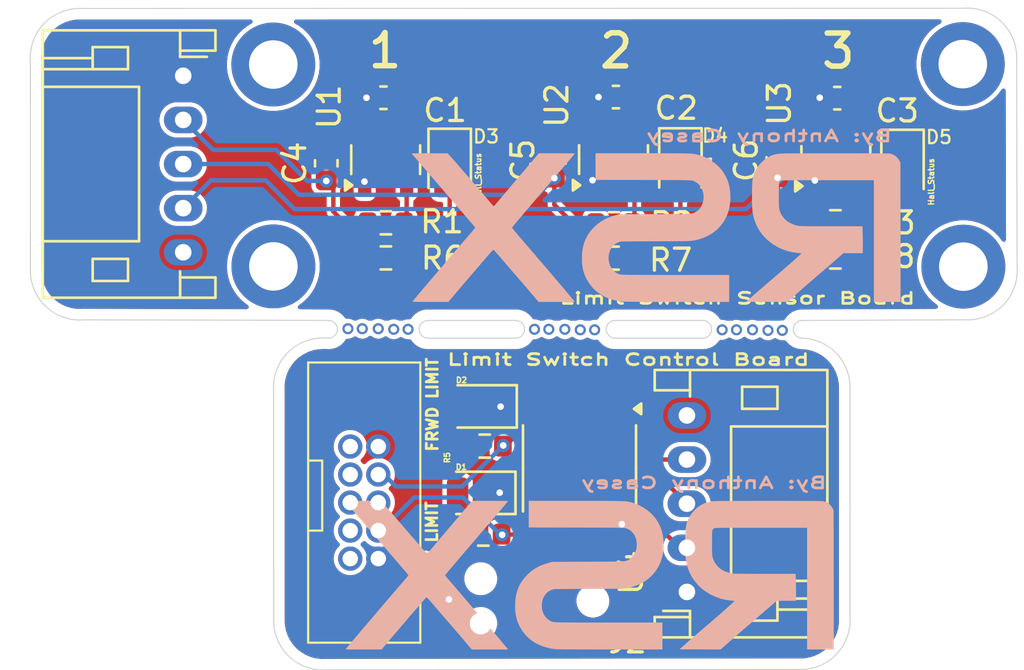
<source format=kicad_pcb>
(kicad_pcb (version 20241229) (generator "pcbnew") (generator_version "9.0")
  (layers (0 "F.Cu" signal) (2 "B.Cu" signal) (13 "F.Paste" user) (15 "B.Paste" user) (5 "F.SilkS" user "F.Silkscreen") (7 "B.SilkS" user "B.Silkscreen") (1 "F.Mask" user) (3 "B.Mask" user) (25 "Edge.Cuts" user))
  (net 0 "")
  (net 1 "GND")
  (net 2 "+5V")
  (net 3 "/Out_1")
  (net 4 "/Out_2")
  (net 5 "/Out_3")
  (net 6 "/Program")
  (net 10 "/Hall_3")
  (net 11 "/Hall_1")
  (net 12 "/Hall_2")
  (net 13 "Net-(U1-OUT)")
  (net 14 "Net-(U2-OUT)")
  (net 15 "Net-(U3-OUT)")
  (net 16 "/R_lim_dig")
  (net 17 "/F_lim_dig")
  (net 18 "Net-(D1-A)")
  (net 19 "Net-(D2-A)")
  (net 20 "Net-(D3-A)")
  (net 21 "Net-(D4-A)")
  (net 22 "Net-(D5-A)")
  (footprint "Package_TO_SOT_SMD:SOT-23" (layer "F.Cu") (at 175.6 109.8475 90)
    (property "Reference" "U3" (at 2.5775 -2.56 270) (layer "F.SilkS"))
    (property "Value" "DRV5055A3xDBZxQ1" (hide yes))
    (pad "1" smd roundrect (at -0.9375 -0.95 90) (size 1.475 0.6) (layers "F.Cu" "F.Mask" "F.Paste") (net 2 "+5V"))
    (pad "2" smd roundrect (at -0.9375 0.95 90) (size 1.475 0.6) (layers "F.Cu" "F.Mask" "F.Paste") (net 15 "Net-(U3-OUT)"))
    (pad "3" smd roundrect (at 0.9375 0 90) (size 1.475 0.6) (layers "F.Cu" "F.Mask" "F.Paste") (net 1 "GND"))
  )
  (footprint "rsx_leds:LED_0805_2012Metric" (layer "F.Cu") (at 159.405 124.915 180)
    (property "Reference" "D1" (at 0.77 1.17 180) (layer "F.SilkS") (effects (font (size 0.25 0.25) (thickness 0.0625))))
    (property "Value" "LED" (hide yes))
    (pad "1" smd roundrect (at -0.9375 0 180) (size 0.975 1.4) (layers "F.Cu" "F.Mask" "F.Paste") (net 1 "GND"))
    (pad "2" smd roundrect (at 0.9375 0 180) (size 0.975 1.4) (layers "F.Cu" "F.Mask" "F.Paste") (net 18 "Net-(D1-A)"))
  )
  (footprint "Connector_JST:JST_PH_S5B-PH-K_1x05_P2.00mm_Horizontal" (layer "F.Cu") (at 146.04 106.01 -90)
    (property "Reference" "Je1" (hide yes))
    (property "Value" "S5B-XH-A")
    (pad "1" thru_hole roundrect (at 0 0 270) (size 1.2 1.75) (drill 0.75) (layers "*.Cu" "*.Mask") (roundrect_rratio 0.208333) (net 2 "+5V"))
    (pad "2" thru_hole oval (at 2 0 270) (size 1.2 1.75) (drill 0.75) (layers "*.Cu" "*.Mask") (net 3 "/Out_1"))
    (pad "3" thru_hole oval (at 4 0 270) (size 1.2 1.75) (drill 0.75) (layers "*.Cu" "*.Mask") (net 4 "/Out_2"))
    (pad "4" thru_hole oval (at 6 0 270) (size 1.2 1.75) (drill 0.75) (layers "*.Cu" "*.Mask") (net 5 "/Out_3"))
    (pad "5" thru_hole oval (at 8 0 270) (size 1.2 1.75) (drill 0.75) (layers "*.Cu" "*.Mask") (net 1 "GND"))
  )
  (footprint "MountingHole:MountingHole_2.2mm_M2_DIN965_Pad" (layer "F.Cu") (at 181.375 114.66)
    (property "Reference" "H8" (hide yes))
    (property "Value" "MountingHole" (hide yes))
    (pad "1" thru_hole circle (at 0 0) (size 3.8 3.8) (drill 2.2) (layers "*.Cu" "*.Mask"))
  )
  (footprint "rsx_leds:LED_0805_2012Metric" (layer "F.Cu") (at 158.11 110.095 -90)
    (property "Reference" "D3" (at -1.335 -1.65 180) (layer "F.SilkS") (effects (font (size 0.6 0.6) (thickness 0.1))))
    (property "Value" "LED")
    (pad "1" smd roundrect (at -0.9375 0 270) (size 0.975 1.4) (layers "F.Cu" "F.Mask" "F.Paste") (net 1 "GND"))
    (pad "2" smd roundrect (at 0.9375 0 270) (size 0.975 1.4) (layers "F.Cu" "F.Mask" "F.Paste") (net 20 "Net-(D3-A)"))
  )
  (footprint "Capacitor_SMD:C_0603_1608Metric" (layer "F.Cu") (at 165.64 106.975)
    (property "Reference" "C2" (at 2.73 0.505 0) (layer "F.SilkS"))
    (property "Value" "0.1u")
    (pad "1" smd roundrect (at -0.775 0) (size 0.9 0.95) (layers "F.Cu" "F.Mask" "F.Paste") (net 2 "+5V"))
    (pad "2" smd roundrect (at 0.775 0) (size 0.9 0.95) (layers "F.Cu" "F.Mask" "F.Paste") (net 1 "GND"))
  )
  (footprint "Capacitor_SMD:C_0603_1608Metric" (layer "F.Cu") (at 162.85 109.85 90)
    (property "Reference" "C5" (at 0 -1.43 90) (layer "F.SilkS"))
    (property "Value" "0.1u")
    (pad "1" smd roundrect (at -0.775 0 90) (size 0.9 0.95) (layers "F.Cu" "F.Mask" "F.Paste") (net 4 "/Out_2"))
    (pad "2" smd roundrect (at 0.775 0 90) (size 0.9 0.95) (layers "F.Cu" "F.Mask" "F.Paste") (net 1 "GND"))
  )
  (footprint "Capacitor_SMD:C_0603_1608Metric" (layer "F.Cu") (at 175.665 107.025)
    (property "Reference" "C3" (at 2.715 0.575 0) (layer "F.SilkS"))
    (property "Value" "0.1u")
    (pad "1" smd roundrect (at -0.775 0) (size 0.9 0.95) (layers "F.Cu" "F.Mask" "F.Paste") (net 2 "+5V"))
    (pad "2" smd roundrect (at 0.775 0) (size 0.9 0.95) (layers "F.Cu" "F.Mask" "F.Paste") (net 1 "GND"))
  )
  (footprint "Resistor_SMD:R_0603_1608Metric" (layer "F.Cu") (at 159.695 122.795 180)
    (property "Reference" "R5" (at 1.7 -0.5225 90) (layer "F.SilkS") (effects (font (size 0.25 0.25) (thickness 0.0625))))
    (property "Value" "4.7k" (hide yes))
    (pad "1" smd roundrect (at -0.825 0 180) (size 0.8 0.95) (layers "F.Cu" "F.Mask" "F.Paste") (net 17 "/F_lim_dig"))
    (pad "2" smd roundrect (at 0.825 0 180) (size 0.8 0.95) (layers "F.Cu" "F.Mask" "F.Paste") (net 19 "Net-(D2-A)"))
  )
  (footprint "MountingHole:MountingHole_2.2mm_M2_DIN965_Pad" (layer "F.Cu") (at 150.125 114.65)
    (property "Reference" "H8" (hide yes))
    (property "Value" "MountingHole" (hide yes))
    (pad "1" thru_hole circle (at 0 0) (size 3.8 3.8) (drill 2.2) (layers "*.Cu" "*.Mask"))
  )
  (footprint "rsx_leds:LED_0805_2012Metric" (layer "F.Cu") (at 178.62 110.1425 -90)
    (property "Reference" "D5" (at -1.3525 -1.65 180) (layer "F.SilkS") (effects (font (size 0.6 0.6) (thickness 0.1))))
    (property "Value" "LED" (hide yes))
    (pad "1" smd roundrect (at -0.9375 0 270) (size 0.975 1.4) (layers "F.Cu" "F.Mask" "F.Paste") (net 1 "GND"))
    (pad "2" smd roundrect (at 0.9375 0 270) (size 0.975 1.4) (layers "F.Cu" "F.Mask" "F.Paste") (net 22 "Net-(D5-A)"))
  )
  (footprint "Connector_JST:JST_PH_S5B-PH-K_1x05_P2.00mm_Horizontal" (layer "F.Cu") (at 168.855 129.405 90)
    (property "Reference" "Je2" (hide yes))
    (property "Value" "S5B-XH-A" (hide yes))
    (pad "1" thru_hole roundrect (at 0 0 90) (size 1.2 1.75) (drill 0.75) (layers "*.Cu" "*.Mask") (roundrect_rratio 0.208333) (net 1 "GND"))
    (pad "2" thru_hole oval (at 2 0 90) (size 1.2 1.75) (drill 0.75) (layers "*.Cu" "*.Mask") (net 10 "/Hall_3"))
    (pad "3" thru_hole oval (at 4 0 90) (size 1.2 1.75) (drill 0.75) (layers "*.Cu" "*.Mask") (net 12 "/Hall_2"))
    (pad "4" thru_hole oval (at 6 0 90) (size 1.2 1.75) (drill 0.75) (layers "*.Cu" "*.Mask") (net 11 "/Hall_1"))
    (pad "5" thru_hole oval (at 8 0 90) (size 1.2 1.75) (drill 0.75) (layers "*.Cu" "*.Mask") (net 2 "+5V"))
  )
  (footprint "Resistor_SMD:R_0603_1608Metric" (layer "F.Cu") (at 155.22 114.265)
    (property "Reference" "R6" (at 2.57 0.01 0) (layer "F.SilkS"))
    (property "Value" "4.7k")
    (pad "1" smd roundrect (at -0.825 0) (size 0.8 0.95) (layers "F.Cu" "F.Mask" "F.Paste") (net 3 "/Out_1"))
    (pad "2" smd roundrect (at 0.825 0) (size 0.8 0.95) (layers "F.Cu" "F.Mask" "F.Paste") (net 20 "Net-(D3-A)"))
  )
  (footprint "Package_TO_SOT_SMD:SOT-23" (layer "F.Cu") (at 155.21 109.8125 90)
    (property "Reference" "U1" (at 2.3925 -2.56 270) (layer "F.SilkS"))
    (property "Value" "DRV5055A3xDBZxQ1" (hide yes))
    (pad "1" smd roundrect (at -0.9375 -0.95 90) (size 1.475 0.6) (layers "F.Cu" "F.Mask" "F.Paste") (net 2 "+5V"))
    (pad "2" smd roundrect (at -0.9375 0.95 90) (size 1.475 0.6) (layers "F.Cu" "F.Mask" "F.Paste") (net 13 "Net-(U1-OUT)"))
    (pad "3" smd roundrect (at 0.9375 0 90) (size 1.475 0.6) (layers "F.Cu" "F.Mask" "F.Paste") (net 1 "GND"))
  )
  (footprint "rsx_leds:LED_0805_2012Metric" (layer "F.Cu") (at 168.56 110.0725 -90)
    (property "Reference" "D4" (at -1.3525 -1.57 180) (layer "F.SilkS") (effects (font (size 0.6 0.6) (thickness 0.1))))
    (property "Value" "LED")
    (pad "1" smd roundrect (at -0.9375 0 270) (size 0.975 1.4) (layers "F.Cu" "F.Mask" "F.Paste") (net 1 "GND"))
    (pad "2" smd roundrect (at 0.9375 0 270) (size 0.975 1.4) (layers "F.Cu" "F.Mask" "F.Paste") (net 21 "Net-(D4-A)"))
  )
  (footprint "Capacitor_SMD:C_0603_1608Metric" (layer "F.Cu") (at 155.11 107.005)
    (property "Reference" "C1" (at 2.79 0.575 0) (layer "F.SilkS"))
    (property "Value" "0.1u")
    (pad "1" smd roundrect (at -0.775 0) (size 0.9 0.95) (layers "F.Cu" "F.Mask" "F.Paste") (net 2 "+5V"))
    (pad "2" smd roundrect (at 0.775 0) (size 0.9 0.95) (layers "F.Cu" "F.Mask" "F.Paste") (net 1 "GND"))
  )
  (footprint "Resistor_SMD:R_0603_1608Metric" (layer "F.Cu") (at 155.22 112.675)
    (property "Reference" "R1" (at 2.54 -0.05 0) (layer "F.SilkS"))
    (property "Value" "100R")
    (pad "1" smd roundrect (at -0.825 0) (size 0.8 0.95) (layers "F.Cu" "F.Mask" "F.Paste") (net 3 "/Out_1"))
    (pad "2" smd roundrect (at 0.825 0) (size 0.8 0.95) (layers "F.Cu" "F.Mask" "F.Paste") (net 13 "Net-(U1-OUT)"))
  )
  (footprint "Resistor_SMD:R_0603_1608Metric" (layer "F.Cu") (at 175.58 112.625)
    (property "Reference" "R3" (at 2.65 0.05 0) (layer "F.SilkS"))
    (property "Value" "100R" (hide yes))
    (pad "1" smd roundrect (at -0.825 0) (size 0.8 0.95) (layers "F.Cu" "F.Mask" "F.Paste") (net 5 "/Out_3"))
    (pad "2" smd roundrect (at 0.825 0) (size 0.8 0.95) (layers "F.Cu" "F.Mask" "F.Paste") (net 15 "Net-(U3-OUT)"))
  )
  (footprint "myLib:Half_Pitch_IDC_2x5" (layer "F.Cu") (at 154.24 125.355)
    (property "Reference" "J3" (hide yes))
    (property "Value" "Conn_02x05_Odd_Even" (hide yes))
    (pad "1" thru_hole circle (at -0.635 -2.54) (size 1.1 1.1) (drill 0.7) (layers "*.Cu" "*.Mask"))
    (pad "2" thru_hole circle (at 0.635 -2.54) (size 1.1 1.1) (drill 0.7) (layers "*.Cu" "*.Mask") (net 2 "+5V"))
    (pad "3" thru_hole circle (at -0.635 -1.27) (size 1.1 1.1) (drill 0.7) (layers "*.Cu" "*.Mask"))
    (pad "4" thru_hole circle (at 0.635 -1.27) (size 1.1 1.1) (drill 0.7) (layers "*.Cu" "*.Mask") (net 17 "/F_lim_dig"))
    (pad "5" thru_hole circle (at -0.635 0) (size 1.1 1.1) (drill 0.7) (layers "*.Cu" "*.Mask"))
    (pad "6" thru_hole circle (at 0.635 0) (size 1.1 1.1) (drill 0.7) (layers "*.Cu" "*.Mask"))
    (pad "7" thru_hole circle (at -0.635 1.27) (size 1.1 1.1) (drill 0.7) (layers "*.Cu" "*.Mask"))
    (pad "8" thru_hole circle (at 0.635 1.27) (size 1.1 1.1) (drill 0.7) (layers "*.Cu" "*.Mask") (net 16 "/R_lim_dig"))
    (pad "9" thru_hole circle (at -0.635 2.54) (size 1.1 1.1) (drill 0.7) (layers "*.Cu" "*.Mask"))
    (pad "10" thru_hole circle (at 0.635 2.54) (size 1.1 1.1) (drill 0.7) (layers "*.Cu" "*.Mask") (net 1 "GND"))
  )
  (footprint "MountingHole:MountingHole_2.2mm_M2_DIN965_Pad" (layer "F.Cu") (at 150.12 105.5)
    (property "Reference" "H7" (hide yes))
    (property "Value" "MountingHole")
    (pad "1" thru_hole circle (at 0 0) (size 3.8 3.8) (drill 2.2) (layers "*.Cu" "*.Mask"))
  )
  (footprint "Resistor_SMD:R_0603_1608Metric" (layer "F.Cu") (at 175.58 114.225)
    (property "Reference" "R8" (at 2.64 -0.02 0) (layer "F.SilkS"))
    (property "Value" "4.7k")
    (pad "1" smd roundrect (at -0.825 0) (size 0.8 0.95) (layers "F.Cu" "F.Mask" "F.Paste") (net 5 "/Out_3"))
    (pad "2" smd roundrect (at 0.825 0) (size 0.8 0.95) (layers "F.Cu" "F.Mask" "F.Paste") (net 22 "Net-(D5-A)"))
  )
  (footprint "Connector:Tag-Connect_TC2030-IDC-NL_2x03_P1.27mm_Vertical" (layer "F.Cu") (at 162.055 129.82 180)
    (property "Reference" "J2" (at -4.11 -1.845 0) (layer "F.SilkS"))
    (property "Value" "TC2030-IDC-NL" (hide yes))
    (pad "" np_thru_hole circle (at -2.54 0 180) (size 0.9906 0.9906) (drill 0.9906) (layers "*.Cu" "*.Mask"))
    (pad "" np_thru_hole circle (at 2.54 -1.016 180) (size 0.9906 0.9906) (drill 0.9906) (layers "*.Cu" "*.Mask"))
    (pad "" np_thru_hole circle (at 2.54 1.016 180) (size 0.9906 0.9906) (drill 0.9906) (layers "*.Cu" "*.Mask"))
    (pad "1" connect circle (at -1.27 0.635 180) (size 0.7874 0.7874) (layers "F.Cu" "F.Mask") (net 6 "/Program"))
    (pad "2" connect circle (at -1.27 -0.635 180) (size 0.7874 0.7874) (layers "F.Cu" "F.Mask") (net 2 "+5V"))
    (pad "3" connect circle (at 0 0.635 180) (size 0.7874 0.7874) (layers "F.Cu" "F.Mask"))
    (pad "4" connect circle (at 0 -0.635 180) (size 0.7874 0.7874) (layers "F.Cu" "F.Mask"))
    (pad "5" connect circle (at 1.27 0.635 180) (size 0.7874 0.7874) (layers "F.Cu" "F.Mask"))
    (pad "6" connect circle (at 1.27 -0.635 180) (size 0.7874 0.7874) (layers "F.Cu" "F.Mask") (net 1 "GND"))
    (zone (net 0) (net_name "") (layer "F.Cu") (connect_pads (clearance 0)) (min_thickness 0.254)
      (keepout (tracks allowed) (vias not_allowed) (pads allowed) (copperpour not_allowed) (footprints not_allowed))
      (fill (thermal_gap 0.508) (thermal_bridge_width 0.508))
      (polygon (pts (xy 160.785 130.455) (xy 163.325 130.455) (xy 163.325 129.185) (xy 160.785 129.185)))
    )
  )
  (footprint "rsx_leds:LED_0805_2012Metric" (layer "F.Cu") (at 159.465 120.995 180)
    (property "Reference" "D2" (at 0.82 1.19 0) (layer "F.SilkS") (effects (font (size 0.25 0.25) (thickness 0.0625))))
    (property "Value" "LED" (hide yes))
    (pad "1" smd roundrect (at -0.9375 0 180) (size 0.975 1.4) (layers "F.Cu" "F.Mask" "F.Paste") (net 1 "GND"))
    (pad "2" smd roundrect (at 0.9375 0 180) (size 0.975 1.4) (layers "F.Cu" "F.Mask" "F.Paste") (net 19 "Net-(D2-A)"))
  )
  (footprint "MountingHole:MountingHole_2.2mm_M2_DIN965_Pad" (layer "F.Cu") (at 181.35 105.48)
    (property "Reference" "H7" (hide yes))
    (property "Value" "MountingHole" (hide yes))
    (pad "1" thru_hole circle (at 0 0) (size 3.8 3.8) (drill 2.2) (layers "*.Cu" "*.Mask"))
  )
  (footprint "Capacitor_SMD:C_0603_1608Metric" (layer "F.Cu") (at 172.97 109.845 90)
    (property "Reference" "C6" (at 0 -1.43 90) (layer "F.SilkS"))
    (property "Value" "0.1u")
    (pad "1" smd roundrect (at -0.775 0 90) (size 0.9 0.95) (layers "F.Cu" "F.Mask" "F.Paste") (net 5 "/Out_3"))
    (pad "2" smd roundrect (at 0.775 0 90) (size 0.9 0.95) (layers "F.Cu" "F.Mask" "F.Paste") (net 1 "GND"))
  )
  (footprint "Capacitor_SMD:C_0603_1608Metric" (layer "F.Cu") (at 152.52 109.975 90)
    (property "Reference" "C4" (at 0 -1.43 90) (layer "F.SilkS"))
    (property "Value" "0.1u")
    (pad "1" smd roundrect (at -0.775 0 90) (size 0.9 0.95) (layers "F.Cu" "F.Mask" "F.Paste") (net 3 "/Out_1"))
    (pad "2" smd roundrect (at 0.775 0 90) (size 0.9 0.95) (layers "F.Cu" "F.Mask" "F.Paste") (net 1 "GND"))
  )
  (footprint "Resistor_SMD:R_0603_1608Metric" (layer "F.Cu") (at 165.53 114.275)
    (property "Reference" "R7" (at 2.59 0.09 0) (layer "F.SilkS"))
    (property "Value" "4.7k")
    (pad "1" smd roundrect (at -0.825 0) (size 0.8 0.95) (layers "F.Cu" "F.Mask" "F.Paste") (net 4 "/Out_2"))
    (pad "2" smd roundrect (at 0.825 0) (size 0.8 0.95) (layers "F.Cu" "F.Mask" "F.Paste") (net 21 "Net-(D4-A)"))
  )
  (footprint "Package_TO_SOT_SMD:SOT-23" (layer "F.Cu") (at 165.53 109.8075 90)
    (property "Reference" "U2" (at 2.4575 -2.57 270) (layer "F.SilkS"))
    (property "Value" "DRV5055A3xDBZxQ1" (hide yes))
    (pad "1" smd roundrect (at -0.9375 -0.95 90) (size 1.475 0.6) (layers "F.Cu" "F.Mask" "F.Paste") (net 2 "+5V"))
    (pad "2" smd roundrect (at -0.9375 0.95 90) (size 1.475 0.6) (layers "F.Cu" "F.Mask" "F.Paste") (net 14 "Net-(U2-OUT)"))
    (pad "3" smd roundrect (at 0.9375 0 90) (size 1.475 0.6) (layers "F.Cu" "F.Mask" "F.Paste") (net 1 "GND"))
  )
  (footprint "Resistor_SMD:R_0603_1608Metric" (layer "F.Cu") (at 159.635 126.785 180)
    (property "Reference" "R4" (at 1.64 -0.54 90) (layer "F.SilkS") (effects (font (size 0.25 0.25) (thickness 0.0625))))
    (property "Value" "4.7k" (hide yes))
    (pad "1" smd roundrect (at -0.825 0 180) (size 0.8 0.95) (layers "F.Cu" "F.Mask" "F.Paste") (net 16 "/R_lim_dig"))
    (pad "2" smd roundrect (at 0.825 0 180) (size 0.8 0.95) (layers "F.Cu" "F.Mask" "F.Paste") (net 18 "Net-(D1-A)"))
  )
  (footprint "Package_SO:SOIC-8_3.9x4.9mm_P1.27mm" (layer "F.Cu") (at 163.99 123.805 -90)
    (property "Reference" "U4" (at 4.72 -2.345 270) (layer "F.SilkS"))
    (property "Value" "ATtiny202-SS" (hide yes))
    (pad "1" smd roundrect (at -2.475 -1.905 270) (size 1.95 0.6) (layers "F.Cu" "F.Mask" "F.Paste") (net 2 "+5V"))
    (pad "2" smd roundrect (at -2.475 -0.635 270) (size 1.95 0.6) (layers "F.Cu" "F.Mask" "F.Paste") (net 11 "/Hall_1"))
    (pad "3" smd roundrect (at -2.475 0.635 270) (size 1.95 0.6) (layers "F.Cu" "F.Mask" "F.Paste") (net 12 "/Hall_2"))
    (pad "4" smd roundrect (at -2.475 1.905 270) (size 1.95 0.6) (layers "F.Cu" "F.Mask" "F.Paste") (net 17 "/F_lim_dig"))
    (pad "5" smd roundrect (at 2.475 1.905 270) (size 1.95 0.6) (layers "F.Cu" "F.Mask" "F.Paste") (net 16 "/R_lim_dig"))
    (pad "6" smd roundrect (at 2.475 0.635 270) (size 1.95 0.6) (layers "F.Cu" "F.Mask" "F.Paste") (net 6 "/Program"))
    (pad "7" smd roundrect (at 2.475 -0.635 270) (size 1.95 0.6) (layers "F.Cu" "F.Mask" "F.Paste") (net 10 "/Hall_3"))
    (pad "8" smd roundrect (at 2.475 -1.905 270) (size 1.95 0.6) (layers "F.Cu" "F.Mask" "F.Paste") (net 1 "GND"))
  )
  (footprint "Resistor_SMD:R_0603_1608Metric" (layer "F.Cu") (at 165.55 112.715)
    (property "Reference" "R2" (at 2.62 0 0) (layer "F.SilkS"))
    (property "Value" "100R")
    (pad "1" smd roundrect (at -0.825 0) (size 0.8 0.95) (layers "F.Cu" "F.Mask" "F.Paste") (net 4 "/Out_2"))
    (pad "2" smd roundrect (at 0.825 0) (size 0.8 0.95) (layers "F.Cu" "F.Mask" "F.Paste") (net 14 "Net-(U2-OUT)"))
  )
  (footprint "LOGO" (layer "B.Cu") (at 163.843712 128.717328 180)
    (property "Reference" "G***" (hide yes))
    (property "Value" "LOGO" (hide yes))
  )
  (footprint "LOGO" (layer "B.Cu") (at 166.868712 112.962328 180)
    (property "Reference" "G***" (hide yes))
    (property "Value" "LOGO" (hide yes))
  )
  (gr_arc (start 183.81 114.66) (mid 183.198373 116.3788) (end 181.51 117.07) (stroke (width 0.05)) (layer "Edge.Cuts"))
  (gr_arc (start 161.1 117.1) (mid 161.5 117.5) (end 161.1 117.9) (stroke (width 0.05)) (layer "Edge.Cuts"))
  (gr_line (start 139.1188 114.771627) (end 139.118373 105.3688) (stroke (width 0.05)) (layer "Edge.Cuts"))
  (gr_arc (start 157.125 117.9) (mid 156.725 117.5) (end 157.125 117.1) (stroke (width 0.05)) (layer "Edge.Cuts"))
  (gr_arc (start 181.38 102.95) (mid 183.0988 103.561627) (end 183.79 105.25) (stroke (width 0.05)) (layer "Edge.Cuts"))
  (gr_arc (start 174.075 117.9) (mid 175.635009 118.603719) (end 176.23995 120.204623) (stroke (width 0.05)) (layer "Edge.Cuts"))
  (gr_arc (start 150.137108 120.305036) (mid 150.74875 118.58625) (end 152.437108 117.895036) (stroke (width 0.05)) (layer "Edge.Cuts"))
  (gr_line (start 174.075 117.1) (end 181.51 117.07) (stroke (width 0.05)) (layer "Edge.Cuts"))
  (gr_line (start 176.240377 130.50745) (end 176.23995 120.204623) (stroke (width 0.05)) (layer "Edge.Cuts"))
  (gr_line (start 152.625 117.9) (end 152.437108 117.895036) (stroke (width 0.05)) (layer "Edge.Cuts"))
  (gr_line (start 150.21 117.09) (end 152.625 117.1) (stroke (width 0.05)) (layer "Edge.Cuts"))
  (gr_arc (start 169.575 117.1) (mid 169.975 117.5) (end 169.575 117.9) (stroke (width 0.05)) (layer "Edge.Cuts"))
  (gr_arc (start 165.6 117.9) (mid 165.2 117.5) (end 165.6 117.1) (stroke (width 0.05)) (layer "Edge.Cuts"))
  (gr_line (start 150.137536 130.637892) (end 150.137108 120.305036) (stroke (width 0.05)) (layer "Edge.Cuts"))
  (gr_arc (start 152.547536 132.937892) (mid 150.82875 132.32625) (end 150.137536 130.637892) (stroke (width 0.05)) (layer "Edge.Cuts"))
  (gr_arc (start 174.075 117.9) (mid 173.675 117.5) (end 174.075 117.1) (stroke (width 0.05)) (layer "Edge.Cuts"))
  (gr_line (start 141.418373 102.9588) (end 181.38 102.95) (stroke (width 0.05)) (layer "Edge.Cuts"))
  (gr_line (start 150.21 117.09) (end 141.5288 117.071627) (stroke (width 0.05)) (layer "Edge.Cuts"))
  (gr_line (start 157.125 117.1) (end 161.1 117.1) (stroke (width 0.05)) (layer "Edge.Cuts"))
  (gr_line (start 152.547536 132.937892) (end 173.940377 132.91745) (stroke (width 0.05)) (layer "Edge.Cuts"))
  (gr_arc (start 176.240377 130.50745) (mid 175.628735 132.226236) (end 173.940377 132.91745) (stroke (width 0.05)) (layer "Edge.Cuts"))
  (gr_arc (start 139.118373 105.3688) (mid 139.73 103.65) (end 141.418373 102.9588) (stroke (width 0.05)) (layer "Edge.Cuts"))
  (gr_line (start 161.1 117.9) (end 157.125 117.9) (stroke (width 0.05)) (layer "Edge.Cuts"))
  (gr_arc (start 141.5288 117.071627) (mid 139.81 116.46) (end 139.1188 114.771627) (stroke (width 0.05)) (layer "Edge.Cuts"))
  (gr_arc (start 152.625 117.1) (mid 153.025 117.5) (end 152.625 117.9) (stroke (width 0.05)) (layer "Edge.Cuts"))
  (gr_line (start 183.79 105.25) (end 183.81 114.66) (stroke (width 0.05)) (layer "Edge.Cuts"))
  (gr_line (start 169.575 117.9) (end 165.6 117.9) (stroke (width 0.05)) (layer "Edge.Cuts"))
  (gr_line (start 169.575 117.1) (end 165.6 117.1) (stroke (width 0.05)) (layer "Edge.Cuts"))
  (gr_text "Limit Switch Sensor Board" (at 171.14 116.1 0) (layer "F.SilkS") (effects (font (size 0.5 0.8) (thickness 0.125))))
  (gr_text "FRWD LIMIT " (at 157.325 120.725 90) (layer "F.SilkS") (effects (font (size 0.5 0.5) (thickness 0.125) (bold yes))))
  (gr_text "Hall_Status" (at 159.41 110.58 90) (layer "F.SilkS") (effects (font (size 0.25 0.25) (thickness 0.0625))))
  (gr_text "3" (at 175.71 104.89 0) (layer "F.SilkS") (effects (font (size 1.5 1.5) (thickness 0.25) (bold yes))))
  (gr_text "1" (at 155.18 104.87 0) (layer "F.SilkS") (effects (font (size 1.5 1.5) (thickness 0.25) (bold yes))))
  (gr_text "2" (at 165.65 104.88 0) (layer "F.SilkS") (effects (font (size 1.5 1.5) (thickness 0.25) (bold yes))))
  (gr_text "Limit Switch Control Board" (at 166.19875 118.87625 0) (layer "F.SilkS") (effects (font (size 0.5 0.8) (thickness 0.125))))
  (gr_text "Hall_Status" (at 169.85 110.75 90) (layer "F.SilkS") (effects (font (size 0.25 0.25) (thickness 0.0625))))
  (gr_text "Hall_Status" (at 179.92 110.82 90) (layer "F.SilkS") (effects (font (size 0.25 0.25) (thickness 0.0625))))
  (gr_text "REV LIMIT" (at 157.305 127.115 90) (layer "F.SilkS") (effects (font (size 0.5 0.5) (thickness 0.125) (bold yes))))
  (gr_text "By: Anthony Casey" (at 169.625 124.465 0) (layer "B.SilkS") (effects (font (size 0.5 0.8) (thickness 0.125)) (justify mirror)))
  (gr_text "By: Anthony Casey" (at 172.58 108.74 0) (layer "B.SilkS") (effects (font (size 0.5 0.8) (thickness 0.125)) (justify mirror)))
  (via (at 153.499997 117.475) (size 0.5) (drill 0.3) (layers "F.Cu" "B.Cu") (net 0))
  (via (at 163.324997 117.5) (size 0.5) (drill 0.3) (layers "F.Cu" "B.Cu") (net 0))
  (via (at 162.599997 117.5) (size 0.5) (drill 0.3) (layers "F.Cu" "B.Cu") (net 0))
  (via (at 171.099997 117.525) (size 0.5) (drill 0.3) (layers "F.Cu" "B.Cu") (net 0))
  (via (at 161.949994 117.5) (size 0.5) (drill 0.3) (layers "F.Cu" "B.Cu") (net 0))
  (via (at 172.524997 117.55) (size 0.5) (drill 0.3) (layers "F.Cu" "B.Cu") (net 0))
  (via (at 154.15 117.475) (size 0.5) (drill 0.3) (layers "F.Cu" "B.Cu") (net 0))
  (via (at 164.024997 117.525) (size 0.5) (drill 0.3) (layers "F.Cu" "B.Cu") (net 0))
  (via (at 170.449994 117.525) (size 0.5) (drill 0.3) (layers "F.Cu" "B.Cu") (net 0))
  (via (at 171.824997 117.525) (size 0.5) (drill 0.3) (layers "F.Cu" "B.Cu") (net 0))
  (via (at 164.675 117.525) (size 0.5) (drill 0.3) (layers "F.Cu" "B.Cu") (net 0))
  (via (at 154.875 117.475) (size 0.5) (drill 0.3) (layers "F.Cu" "B.Cu") (net 0))
  (via (at 156.225003 117.5) (size 0.5) (drill 0.3) (layers "F.Cu" "B.Cu") (net 0))
  (via (at 173.175 117.55) (size 0.5) (drill 0.3) (layers "F.Cu" "B.Cu") (net 0))
  (via (at 155.575 117.5) (size 0.5) (drill 0.3) (layers "F.Cu" "B.Cu") (net 0))
  (segment (start 160.415 121.005) (end 160.325 120.8) (width 0.2) (layer "F.Cu") (net 1))
  (segment (start 160.075 129.745) (end 158.075 129.745) (width 0.2) (layer "F.Cu") (net 1))
  (segment (start 160.235 120.89) (end 160.415 121.005) (width 0.2) (layer "F.Cu") (net 1))
  (segment (start 160.785 130.455) (end 160.075 129.745) (width 0.2) (layer "F.Cu") (net 1))
  (via (at 158.075 129.745) (size 0.6) (drill 0.3) (layers "F.Cu" "B.Cu") (net 1))
  (via (at 160.415 121.005) (size 0.6) (drill 0.3) (layers "F.Cu" "B.Cu") (net 1))
  (via (at 160.375 124.905) (size 0.6) (drill 0.3) (layers "F.Cu" "B.Cu") (net 1))
  (via (at 165.905 126.335) (size 0.6) (drill 0.3) (layers "F.Cu" "B.Cu") (net 1))
  (via (at 164.85 106.975) (size 0.6) (drill 0.3) (layers "F.Cu" "B.Cu") (net 2))
  (via (at 154.25 110.805) (size 0.6) (drill 0.3) (layers "F.Cu" "B.Cu") (net 2))
  (via (at 164.58 110.745) (size 0.6) (drill 0.3) (layers "F.Cu" "B.Cu") (net 2))
  (via (at 154.34 107.005) (size 0.6) (drill 0.3) (layers "F.Cu" "B.Cu") (net 2))
  (via (at 174.87 107.005) (size 0.6) (drill 0.3) (layers "F.Cu" "B.Cu") (net 2))
  (via (at 174.65 110.755) (size 0.6) (drill 0.3) (layers "F.Cu" "B.Cu") (net 2))
  (segment (start 153.35 112.675) (end 152.84 112.165) (width 0.2) (layer "F.Cu") (net 3))
  (segment (start 152.84 111.105) (end 152.5 110.765) (width 0.2) (layer "F.Cu") (net 3))
  (segment (start 152.84 112.165) (end 152.84 111.105) (width 0.2) (layer "F.Cu") (net 3))
  (segment (start 154.395 114.265) (end 154.395 112.675) (width 0.2) (layer "F.Cu") (net 3))
  (segment (start 154.395 112.675) (end 153.35 112.675) (width 0.2) (layer "F.Cu") (net 3))
  (via (at 152.52 110.775) (size 0.6) (drill 0.3) (layers "F.Cu" "B.Cu") (net 3))
  (segment (start 147.4 109.37) (end 146.04 108.01) (width 0.2) (layer "B.Cu") (net 3))
  (segment (start 152.52 110.775) (end 151.665 110.775) (width 0.2) (layer "B.Cu") (net 3))
  (segment (start 151.665 110.775) (end 150.26 109.37) (width 0.2) (layer "B.Cu") (net 3))
  (segment (start 150.26 109.37) (end 147.4 109.37) (width 0.2) (layer "B.Cu") (net 3))
  (segment (start 163.71 112.715) (end 162.85 111.855) (width 0.2) (layer "F.Cu") (net 4))
  (segment (start 162.85 111.855) (end 162.85 110.65) (width 0.2) (layer "F.Cu") (net 4))
  (segment (start 164.725 112.715) (end 163.71 112.715) (width 0.2) (layer "F.Cu") (net 4))
  (segment (start 162.85 110.65) (end 162.84 110.635) (width 0.2) (layer "F.Cu") (net 4))
  (segment (start 164.705 114.275) (end 164.705 112.735) (width 0.2) (layer "F.Cu") (net 4))
  (via (at 162.85 110.65) (size 0.6) (drill 0.3) (layers "F.Cu" "B.Cu") (net 4))
  (segment (start 151.28 111.4) (end 149.89 110.01) (width 0.2) (layer "B.Cu") (net 4))
  (segment (start 153.996471 111.4) (end 151.28 111.4) (width 0.2) (layer "B.Cu") (net 4))
  (segment (start 154.001471 111.405) (end 153.996471 111.4) (width 0.2) (layer "B.Cu") (net 4))
  (segment (start 162.85 110.65) (end 162.095 111.405) (width 0.2) (layer "B.Cu") (net 4))
  (segment (start 162.095 111.405) (end 154.001471 111.405) (width 0.2) (layer "B.Cu") (net 4))
  (segment (start 149.89 110.01) (end 146.04 110.01) (width 0.2) (layer "B.Cu") (net 4))
  (segment (start 172.97 111.825) (end 172.96 110.63) (width 0.2) (layer "F.Cu") (net 5))
  (segment (start 174.755 114.225) (end 174.755 112.625) (width 0.2) (layer "F.Cu") (net 5))
  (segment (start 172.96 110.63) (end 172.97 110.625) (width 0.2) (layer "F.Cu") (net 5))
  (segment (start 173.77 112.625) (end 172.97 111.825) (width 0.2) (layer "F.Cu") (net 5))
  (segment (start 174.755 112.625) (end 173.77 112.625) (width 0.2) (layer "F.Cu") (net 5))
  (via (at 172.96 110.63) (size 0.6) (drill 0.3) (layers "F.Cu" "B.Cu") (net 5))
  (segment (start 147.3 110.75) (end 146.04 112.01) (width 0.2) (layer "B.Cu") (net 5))
  (segment (start 145.96 111.97) (end 145.92 111.93) (width 0.2) (layer "B.Cu") (net 5))
  (segment (start 171.54 112.05) (end 151.08 112.05) (width 0.2) (layer "B.Cu") (net 5))
  (segment (start 172.96 110.63) (end 171.54 112.05) (width 0.2) (layer "B.Cu") (net 5))
  (segment (start 149.78 110.75) (end 147.3 110.75) (width 0.2) (layer "B.Cu") (net 5))
  (segment (start 151.08 112.05) (end 149.78 110.75) (width 0.2) (layer "B.Cu") (net 5))
  (segment (start 163.325 129.185) (end 163.325 126.31) (width 0.2) (layer "F.Cu") (net 6))
  (segment (start 163.325 126.31) (end 163.355 126.28) (width 0.2) (layer "F.Cu") (net 6))
  (segment (start 167.425 125.075) (end 166.76625 124.41625) (width 0.2) (layer "F.Cu") (net 10))
  (segment (start 167.425 126.305) (end 167.425 125.075) (width 0.2) (layer "F.Cu") (net 10))
  (segment (start 168.855 127.405) (end 168.855 127.385) (width 0.2) (layer "F.Cu") (net 10))
  (segment (start 168.525 127.405) (end 167.425 126.305) (width 0.2) (layer "F.Cu") (net 10))
  (segment (start 164.625 124.785) (end 164.625 126.28) (width 0.2) (layer "F.Cu") (net 10))
  (segment (start 166.76625 124.41625) (end 164.99375 124.41625) (width 0.2) (layer "F.Cu") (net 10))
  (segment (start 164.99375 124.41625) (end 164.625 124.785) (width 0.2) (layer "F.Cu") (net 10))
  (segment (start 168.855 127.405) (end 168.525 127.405) (width 0.2) (layer "F.Cu") (net 10))
  (segment (start 168.855 123.405) (end 165.725001 123.405) (width 0.2) (layer "F.Cu") (net 11))
  (segment (start 164.625 122.304999) (end 164.625 121.33) (width 0.2) (layer "F.Cu") (net 11))
  (segment (start 165.725001 123.405) (end 164.625 122.304999) (width 0.2) (layer "F.Cu") (net 11))
  (segment (start 167.38625 123.93625) (end 165.41625 123.93625) (width 0.2) (layer "F.Cu") (net 12))
  (segment (start 163.355 121.875) (end 163.355 121.33) (width 0.2) (layer "F.Cu") (net 12))
  (segment (start 165.41625 123.93625) (end 163.355 121.875) (width 0.2) (layer "F.Cu") (net 12))
  (segment (start 168.855 125.405) (end 167.38625 123.93625) (width 0.2) (layer "F.Cu") (net 12))
  (segment (start 156.16 112.56) (end 156.045 112.675) (width 0.2) (layer "F.Cu") (net 13))
  (segment (start 156.16 110.75) (end 156.16 112.56) (width 0.2) (layer "F.Cu") (net 13))
  (segment (start 166.48 110.745) (end 166.48 112.61) (width 0.2) (layer "F.Cu") (net 14))
  (segment (start 176.55 110.785) (end 176.55 112.48) (width 0.2) (layer "F.Cu") (net 15))
  (segment (start 160.46 126.785) (end 160.485 126.815) (width 0.2) (layer "F.Cu") (net 16))
  (segment (start 161.58 126.785) (end 162.085 126.28) (width 0.2) (layer "F.Cu") (net 16))
  (segment (start 160.485 126.815) (end 161.58 126.785) (width 0.2) (layer "F.Cu") (net 16))
  (segment (start 154.875 126.565) (end 154.875 126.625) (width 0.2) (layer "F.Cu") (net 16))
  (via (at 160.485 126.815) (size 0.6) (drill 0.3) (layers "F.Cu" "B.Cu") (net 16))
  (segment (start 156.5 125.125) (end 155 126.625) (width 0.2) (layer "B.Cu") (net 16))
  (segment (start 155 126.625) (end 154.875 126.625) (width 0.2) (layer "B.Cu") (net 16))
  (segment (start 160.485 126.815) (end 160.405 126.815) (width 0.2) (layer "B.Cu") (net 16))
  (segment (start 160.405 126.815) (end 158.715 125.125) (width 0.2) (layer "B.Cu") (net 16))
  (segment (start 158.715 125.125) (end 156.5 125.125) (width 0.2) (layer "B.Cu") (net 16))
  (segment (start 160.62 122.795) (end 162.085 121.33) (width 0.2) (layer "F.Cu") (net 17))
  (segment (start 160.535 122.765) (end 160.62 122.795) (width 0.2) (layer "F.Cu") (net 17))
  (segment (start 160.52 122.795) (end 160.535 122.765) (width 0.2) (layer "F.Cu") (net 17))
  (via (at 160.535 122.765) (size 0.6) (drill 0.3) (layers "F.Cu" "B.Cu") (net 17))
  (segment (start 155.675 124.625) (end 155.135 124.085) (width 0.2) (layer "B.Cu") (net 17))
  (segment (start 160.535 122.765) (end 158.675 124.625) (width 0.2) (layer "B.Cu") (net 17))
  (segment (start 158.675 124.625) (end 155.675 124.625) (width 0.2) (layer "B.Cu") (net 17))
  (segment (start 155.135 124.085) (end 154.875 124.085) (width 0.2) (layer "B.Cu") (net 17))
  (segment (start 158.81 126.785) (end 158.81 125.2575) (width 0.2) (layer "F.Cu") (net 18))
  (segment (start 158.81 125.2575) (end 158.4675 124.915) (width 0.2) (layer "F.Cu") (net 18))
  (segment (start 158.5275 120.995) (end 158.5275 122.4525) (width 0.2) (layer "F.Cu") (net 19))
  (segment (start 158.5275 122.4525) (end 158.87 122.795) (width 0.2) (layer "F.Cu") (net 19))
  (segment (start 158.11 112.525) (end 158.11 111.0325) (width 0.2) (layer "F.Cu") (net 20))
  (segment (start 156.045 114.265) (end 156.37 114.265) (width 0.2) (layer "F.Cu") (net 20))
  (segment (start 156.37 114.265) (end 158.11 112.525) (width 0.2) (layer "F.Cu") (net 20))
  (segment (start 166.67 114.275) (end 168.56 112.385) (width 0.2) (layer "F.Cu") (net 21))
  (segment (start 168.56 112.385) (end 168.56 111.01) (width 0.2) (layer "F.Cu") (net 21))
  (segment (start 176.97 114.225) (end 178.62 112.575) (width 0.2) (layer "F.Cu") (net 22))
  (segment (start 176.405 114.225) (end 176.97 114.225) (width 0.2) (layer "F.Cu") (net 22))
  (segment (start 178.62 112.575) (end 178.62 111.08) (width 0.2) (layer "F.Cu") (net 22))
  (zone (net 1) (net_name "GND") (layer "F.Cu") (connect_pads yes (clearance 0.2)) (min_thickness 0.2) (fill yes (thermal_gap 0.2) (thermal_bridge_width 0.2))
    (polygon (pts (xy 139.17 103.060559) (xy 183.94 103.07027) (xy 183.94 116.01) (xy 182.9 117.05) (xy 139.06 117.05) (xy 139.17 117.06)))
  )
  (zone (net 2) (net_name "+5V") (layer "F.Cu") (connect_pads yes (clearance 0.2)) (min_thickness 0.2) (fill yes (thermal_gap 0.2) (thermal_bridge_width 0.2))
    (polygon (pts (xy 149.875 117.535) (xy 176.255 117.535) (xy 176.255 132.665) (xy 175.985 132.935) (xy 149.875 132.935)))
  )
  (zone (net 2) (net_name "+5V") (layer "B.Cu") (connect_pads yes (clearance 0.2)) (min_thickness 0.2) (fill yes (thermal_gap 0.2) (thermal_bridge_width 0.2))
    (polygon (pts (xy 139.131688 102.756017) (xy 183.836186 102.574373) (xy 184.146281 115.813719) (xy 182.85 117.11) (xy 139.091741 117.11)))
  )
  (zone (net 1) (net_name "GND") (layer "B.Cu") (connect_pads yes (clearance 0.2)) (min_thickness 0.2) (fill yes (thermal_gap 0.2) (thermal_bridge_width 0.2))
    (polygon (pts (xy 149.825 117.505) (xy 176.305 117.505) (xy 176.305 132.685) (xy 176.035 132.955) (xy 149.825 132.955)))
  )
)
</source>
